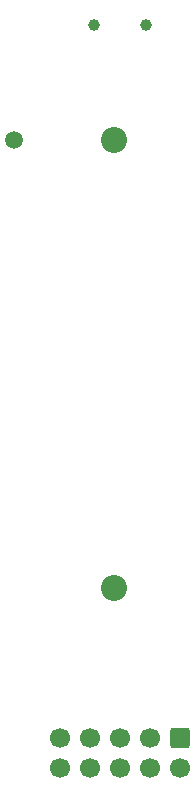
<source format=gbs>
%TF.GenerationSoftware,KiCad,Pcbnew,7.0.1*%
%TF.CreationDate,2023-06-06T18:12:30-03:00*%
%TF.ProjectId,HLI-C_main,484c492d-435f-46d6-9169-6e2e6b696361,rev?*%
%TF.SameCoordinates,Original*%
%TF.FileFunction,Soldermask,Bot*%
%TF.FilePolarity,Negative*%
%FSLAX46Y46*%
G04 Gerber Fmt 4.6, Leading zero omitted, Abs format (unit mm)*
G04 Created by KiCad (PCBNEW 7.0.1) date 2023-06-06 18:12:30*
%MOMM*%
%LPD*%
G01*
G04 APERTURE LIST*
G04 Aperture macros list*
%AMRoundRect*
0 Rectangle with rounded corners*
0 $1 Rounding radius*
0 $2 $3 $4 $5 $6 $7 $8 $9 X,Y pos of 4 corners*
0 Add a 4 corners polygon primitive as box body*
4,1,4,$2,$3,$4,$5,$6,$7,$8,$9,$2,$3,0*
0 Add four circle primitives for the rounded corners*
1,1,$1+$1,$2,$3*
1,1,$1+$1,$4,$5*
1,1,$1+$1,$6,$7*
1,1,$1+$1,$8,$9*
0 Add four rect primitives between the rounded corners*
20,1,$1+$1,$2,$3,$4,$5,0*
20,1,$1+$1,$4,$5,$6,$7,0*
20,1,$1+$1,$6,$7,$8,$9,0*
20,1,$1+$1,$8,$9,$2,$3,0*%
G04 Aperture macros list end*
%ADD10C,1.000000*%
%ADD11RoundRect,0.250000X-0.600000X0.600000X-0.600000X-0.600000X0.600000X-0.600000X0.600000X0.600000X0*%
%ADD12C,1.700000*%
%ADD13C,1.500000*%
%ADD14C,2.205000*%
G04 APERTURE END LIST*
D10*
%TO.C,CON1*%
X194950000Y-22225000D03*
X190550000Y-22225000D03*
%TD*%
D11*
%TO.C,CON4*%
X197815200Y-82610300D03*
D12*
X197815200Y-85150300D03*
X195275200Y-82610300D03*
X195275200Y-85150300D03*
X192735200Y-82610300D03*
X192735200Y-85150300D03*
X190195200Y-82610300D03*
X190195200Y-85150300D03*
X187655200Y-82610300D03*
X187655200Y-85150300D03*
%TD*%
D13*
%TO.C,CON3*%
X183700000Y-31950000D03*
D14*
X192200000Y-69920000D03*
X192200000Y-31950000D03*
%TD*%
M02*

</source>
